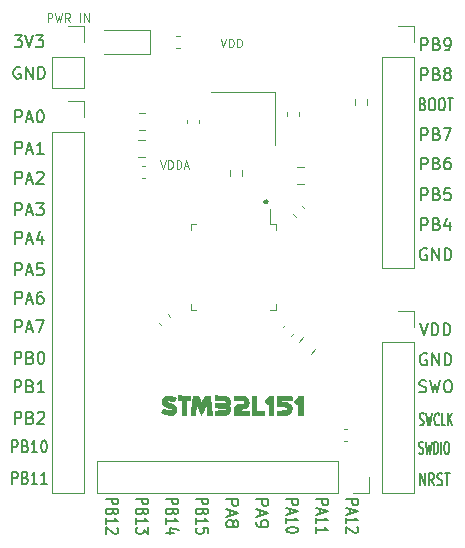
<source format=gbr>
G04 #@! TF.GenerationSoftware,KiCad,Pcbnew,(5.1.10-1-10_14)*
G04 #@! TF.CreationDate,2021-12-12T21:17:35+11:00*
G04 #@! TF.ProjectId,STM32L1_Breakout,53544d33-324c-4315-9f42-7265616b6f75,rev?*
G04 #@! TF.SameCoordinates,Original*
G04 #@! TF.FileFunction,Legend,Top*
G04 #@! TF.FilePolarity,Positive*
%FSLAX46Y46*%
G04 Gerber Fmt 4.6, Leading zero omitted, Abs format (unit mm)*
G04 Created by KiCad (PCBNEW (5.1.10-1-10_14)) date 2021-12-12 21:17:35*
%MOMM*%
%LPD*%
G01*
G04 APERTURE LIST*
%ADD10C,0.125000*%
%ADD11C,0.150000*%
%ADD12C,0.010000*%
%ADD13C,0.120000*%
G04 APERTURE END LIST*
D10*
X90379666Y-48003666D02*
X90613000Y-48703666D01*
X90846333Y-48003666D01*
X91079666Y-48703666D02*
X91079666Y-48003666D01*
X91246333Y-48003666D01*
X91346333Y-48037000D01*
X91413000Y-48103666D01*
X91446333Y-48170333D01*
X91479666Y-48303666D01*
X91479666Y-48403666D01*
X91446333Y-48537000D01*
X91413000Y-48603666D01*
X91346333Y-48670333D01*
X91246333Y-48703666D01*
X91079666Y-48703666D01*
X91779666Y-48703666D02*
X91779666Y-48003666D01*
X91946333Y-48003666D01*
X92046333Y-48037000D01*
X92113000Y-48103666D01*
X92146333Y-48170333D01*
X92179666Y-48303666D01*
X92179666Y-48403666D01*
X92146333Y-48537000D01*
X92113000Y-48603666D01*
X92046333Y-48670333D01*
X91946333Y-48703666D01*
X91779666Y-48703666D01*
X85253666Y-58290666D02*
X85487000Y-58990666D01*
X85720333Y-58290666D01*
X85953666Y-58990666D02*
X85953666Y-58290666D01*
X86120333Y-58290666D01*
X86220333Y-58324000D01*
X86287000Y-58390666D01*
X86320333Y-58457333D01*
X86353666Y-58590666D01*
X86353666Y-58690666D01*
X86320333Y-58824000D01*
X86287000Y-58890666D01*
X86220333Y-58957333D01*
X86120333Y-58990666D01*
X85953666Y-58990666D01*
X86653666Y-58990666D02*
X86653666Y-58290666D01*
X86820333Y-58290666D01*
X86920333Y-58324000D01*
X86987000Y-58390666D01*
X87020333Y-58457333D01*
X87053666Y-58590666D01*
X87053666Y-58690666D01*
X87020333Y-58824000D01*
X86987000Y-58890666D01*
X86920333Y-58957333D01*
X86820333Y-58990666D01*
X86653666Y-58990666D01*
X87320333Y-58790666D02*
X87653666Y-58790666D01*
X87253666Y-58990666D02*
X87487000Y-58290666D01*
X87720333Y-58990666D01*
D11*
X94138761Y-61698190D02*
X94138761Y-61888666D01*
X94186380Y-61888666D02*
X94186380Y-61698190D01*
X94234000Y-61650571D02*
X94234000Y-61936285D01*
X94281619Y-61888666D02*
X94281619Y-61698190D01*
X94329238Y-61698190D02*
X94329238Y-61888666D01*
X94138761Y-61841047D02*
X94234000Y-61936285D01*
X94329238Y-61841047D01*
X94138761Y-61745809D02*
X94234000Y-61650571D01*
X94329238Y-61745809D01*
X94138761Y-61698190D02*
X94234000Y-61650571D01*
X94329238Y-61698190D01*
X94376857Y-61793428D01*
X94329238Y-61888666D01*
X94234000Y-61936285D01*
X94138761Y-61888666D01*
X94091142Y-61793428D01*
X94138761Y-61698190D01*
D10*
X75736666Y-46544666D02*
X75736666Y-45844666D01*
X76003333Y-45844666D01*
X76070000Y-45878000D01*
X76103333Y-45911333D01*
X76136666Y-45978000D01*
X76136666Y-46078000D01*
X76103333Y-46144666D01*
X76070000Y-46178000D01*
X76003333Y-46211333D01*
X75736666Y-46211333D01*
X76370000Y-45844666D02*
X76536666Y-46544666D01*
X76670000Y-46044666D01*
X76803333Y-46544666D01*
X76970000Y-45844666D01*
X77636666Y-46544666D02*
X77403333Y-46211333D01*
X77236666Y-46544666D02*
X77236666Y-45844666D01*
X77503333Y-45844666D01*
X77570000Y-45878000D01*
X77603333Y-45911333D01*
X77636666Y-45978000D01*
X77636666Y-46078000D01*
X77603333Y-46144666D01*
X77570000Y-46178000D01*
X77503333Y-46211333D01*
X77236666Y-46211333D01*
X78470000Y-46544666D02*
X78470000Y-45844666D01*
X78803333Y-46544666D02*
X78803333Y-45844666D01*
X79203333Y-46544666D01*
X79203333Y-45844666D01*
D11*
X72710857Y-85669380D02*
X72710857Y-84669380D01*
X73034666Y-84669380D01*
X73115619Y-84717000D01*
X73156095Y-84764619D01*
X73196571Y-84859857D01*
X73196571Y-85002714D01*
X73156095Y-85097952D01*
X73115619Y-85145571D01*
X73034666Y-85193190D01*
X72710857Y-85193190D01*
X73844190Y-85145571D02*
X73965619Y-85193190D01*
X74006095Y-85240809D01*
X74046571Y-85336047D01*
X74046571Y-85478904D01*
X74006095Y-85574142D01*
X73965619Y-85621761D01*
X73884666Y-85669380D01*
X73560857Y-85669380D01*
X73560857Y-84669380D01*
X73844190Y-84669380D01*
X73925142Y-84717000D01*
X73965619Y-84764619D01*
X74006095Y-84859857D01*
X74006095Y-84955095D01*
X73965619Y-85050333D01*
X73925142Y-85097952D01*
X73844190Y-85145571D01*
X73560857Y-85145571D01*
X74856095Y-85669380D02*
X74370380Y-85669380D01*
X74613238Y-85669380D02*
X74613238Y-84669380D01*
X74532285Y-84812238D01*
X74451333Y-84907476D01*
X74370380Y-84955095D01*
X75665619Y-85669380D02*
X75179904Y-85669380D01*
X75422761Y-85669380D02*
X75422761Y-84669380D01*
X75341809Y-84812238D01*
X75260857Y-84907476D01*
X75179904Y-84955095D01*
X72710857Y-83002380D02*
X72710857Y-82002380D01*
X73034666Y-82002380D01*
X73115619Y-82050000D01*
X73156095Y-82097619D01*
X73196571Y-82192857D01*
X73196571Y-82335714D01*
X73156095Y-82430952D01*
X73115619Y-82478571D01*
X73034666Y-82526190D01*
X72710857Y-82526190D01*
X73844190Y-82478571D02*
X73965619Y-82526190D01*
X74006095Y-82573809D01*
X74046571Y-82669047D01*
X74046571Y-82811904D01*
X74006095Y-82907142D01*
X73965619Y-82954761D01*
X73884666Y-83002380D01*
X73560857Y-83002380D01*
X73560857Y-82002380D01*
X73844190Y-82002380D01*
X73925142Y-82050000D01*
X73965619Y-82097619D01*
X74006095Y-82192857D01*
X74006095Y-82288095D01*
X73965619Y-82383333D01*
X73925142Y-82430952D01*
X73844190Y-82478571D01*
X73560857Y-82478571D01*
X74856095Y-83002380D02*
X74370380Y-83002380D01*
X74613238Y-83002380D02*
X74613238Y-82002380D01*
X74532285Y-82145238D01*
X74451333Y-82240476D01*
X74370380Y-82288095D01*
X75382285Y-82002380D02*
X75463238Y-82002380D01*
X75544190Y-82050000D01*
X75584666Y-82097619D01*
X75625142Y-82192857D01*
X75665619Y-82383333D01*
X75665619Y-82621428D01*
X75625142Y-82811904D01*
X75584666Y-82907142D01*
X75544190Y-82954761D01*
X75463238Y-83002380D01*
X75382285Y-83002380D01*
X75301333Y-82954761D01*
X75260857Y-82907142D01*
X75220380Y-82811904D01*
X75179904Y-82621428D01*
X75179904Y-82383333D01*
X75220380Y-82192857D01*
X75260857Y-82097619D01*
X75301333Y-82050000D01*
X75382285Y-82002380D01*
X72929904Y-80589380D02*
X72929904Y-79589380D01*
X73310857Y-79589380D01*
X73406095Y-79637000D01*
X73453714Y-79684619D01*
X73501333Y-79779857D01*
X73501333Y-79922714D01*
X73453714Y-80017952D01*
X73406095Y-80065571D01*
X73310857Y-80113190D01*
X72929904Y-80113190D01*
X74263238Y-80065571D02*
X74406095Y-80113190D01*
X74453714Y-80160809D01*
X74501333Y-80256047D01*
X74501333Y-80398904D01*
X74453714Y-80494142D01*
X74406095Y-80541761D01*
X74310857Y-80589380D01*
X73929904Y-80589380D01*
X73929904Y-79589380D01*
X74263238Y-79589380D01*
X74358476Y-79637000D01*
X74406095Y-79684619D01*
X74453714Y-79779857D01*
X74453714Y-79875095D01*
X74406095Y-79970333D01*
X74358476Y-80017952D01*
X74263238Y-80065571D01*
X73929904Y-80065571D01*
X74882285Y-79684619D02*
X74929904Y-79637000D01*
X75025142Y-79589380D01*
X75263238Y-79589380D01*
X75358476Y-79637000D01*
X75406095Y-79684619D01*
X75453714Y-79779857D01*
X75453714Y-79875095D01*
X75406095Y-80017952D01*
X74834666Y-80589380D01*
X75453714Y-80589380D01*
X72929904Y-77922380D02*
X72929904Y-76922380D01*
X73310857Y-76922380D01*
X73406095Y-76970000D01*
X73453714Y-77017619D01*
X73501333Y-77112857D01*
X73501333Y-77255714D01*
X73453714Y-77350952D01*
X73406095Y-77398571D01*
X73310857Y-77446190D01*
X72929904Y-77446190D01*
X74263238Y-77398571D02*
X74406095Y-77446190D01*
X74453714Y-77493809D01*
X74501333Y-77589047D01*
X74501333Y-77731904D01*
X74453714Y-77827142D01*
X74406095Y-77874761D01*
X74310857Y-77922380D01*
X73929904Y-77922380D01*
X73929904Y-76922380D01*
X74263238Y-76922380D01*
X74358476Y-76970000D01*
X74406095Y-77017619D01*
X74453714Y-77112857D01*
X74453714Y-77208095D01*
X74406095Y-77303333D01*
X74358476Y-77350952D01*
X74263238Y-77398571D01*
X73929904Y-77398571D01*
X75453714Y-77922380D02*
X74882285Y-77922380D01*
X75168000Y-77922380D02*
X75168000Y-76922380D01*
X75072761Y-77065238D01*
X74977523Y-77160476D01*
X74882285Y-77208095D01*
X72929904Y-75509380D02*
X72929904Y-74509380D01*
X73310857Y-74509380D01*
X73406095Y-74557000D01*
X73453714Y-74604619D01*
X73501333Y-74699857D01*
X73501333Y-74842714D01*
X73453714Y-74937952D01*
X73406095Y-74985571D01*
X73310857Y-75033190D01*
X72929904Y-75033190D01*
X74263238Y-74985571D02*
X74406095Y-75033190D01*
X74453714Y-75080809D01*
X74501333Y-75176047D01*
X74501333Y-75318904D01*
X74453714Y-75414142D01*
X74406095Y-75461761D01*
X74310857Y-75509380D01*
X73929904Y-75509380D01*
X73929904Y-74509380D01*
X74263238Y-74509380D01*
X74358476Y-74557000D01*
X74406095Y-74604619D01*
X74453714Y-74699857D01*
X74453714Y-74795095D01*
X74406095Y-74890333D01*
X74358476Y-74937952D01*
X74263238Y-74985571D01*
X73929904Y-74985571D01*
X75120380Y-74509380D02*
X75215619Y-74509380D01*
X75310857Y-74557000D01*
X75358476Y-74604619D01*
X75406095Y-74699857D01*
X75453714Y-74890333D01*
X75453714Y-75128428D01*
X75406095Y-75318904D01*
X75358476Y-75414142D01*
X75310857Y-75461761D01*
X75215619Y-75509380D01*
X75120380Y-75509380D01*
X75025142Y-75461761D01*
X74977523Y-75414142D01*
X74929904Y-75318904D01*
X74882285Y-75128428D01*
X74882285Y-74890333D01*
X74929904Y-74699857D01*
X74977523Y-74604619D01*
X75025142Y-74557000D01*
X75120380Y-74509380D01*
X73001333Y-72842380D02*
X73001333Y-71842380D01*
X73382285Y-71842380D01*
X73477523Y-71890000D01*
X73525142Y-71937619D01*
X73572761Y-72032857D01*
X73572761Y-72175714D01*
X73525142Y-72270952D01*
X73477523Y-72318571D01*
X73382285Y-72366190D01*
X73001333Y-72366190D01*
X73953714Y-72556666D02*
X74429904Y-72556666D01*
X73858476Y-72842380D02*
X74191809Y-71842380D01*
X74525142Y-72842380D01*
X74763238Y-71842380D02*
X75429904Y-71842380D01*
X75001333Y-72842380D01*
X73001333Y-70429380D02*
X73001333Y-69429380D01*
X73382285Y-69429380D01*
X73477523Y-69477000D01*
X73525142Y-69524619D01*
X73572761Y-69619857D01*
X73572761Y-69762714D01*
X73525142Y-69857952D01*
X73477523Y-69905571D01*
X73382285Y-69953190D01*
X73001333Y-69953190D01*
X73953714Y-70143666D02*
X74429904Y-70143666D01*
X73858476Y-70429380D02*
X74191809Y-69429380D01*
X74525142Y-70429380D01*
X75287047Y-69429380D02*
X75096571Y-69429380D01*
X75001333Y-69477000D01*
X74953714Y-69524619D01*
X74858476Y-69667476D01*
X74810857Y-69857952D01*
X74810857Y-70238904D01*
X74858476Y-70334142D01*
X74906095Y-70381761D01*
X75001333Y-70429380D01*
X75191809Y-70429380D01*
X75287047Y-70381761D01*
X75334666Y-70334142D01*
X75382285Y-70238904D01*
X75382285Y-70000809D01*
X75334666Y-69905571D01*
X75287047Y-69857952D01*
X75191809Y-69810333D01*
X75001333Y-69810333D01*
X74906095Y-69857952D01*
X74858476Y-69905571D01*
X74810857Y-70000809D01*
X73001333Y-68016380D02*
X73001333Y-67016380D01*
X73382285Y-67016380D01*
X73477523Y-67064000D01*
X73525142Y-67111619D01*
X73572761Y-67206857D01*
X73572761Y-67349714D01*
X73525142Y-67444952D01*
X73477523Y-67492571D01*
X73382285Y-67540190D01*
X73001333Y-67540190D01*
X73953714Y-67730666D02*
X74429904Y-67730666D01*
X73858476Y-68016380D02*
X74191809Y-67016380D01*
X74525142Y-68016380D01*
X75334666Y-67016380D02*
X74858476Y-67016380D01*
X74810857Y-67492571D01*
X74858476Y-67444952D01*
X74953714Y-67397333D01*
X75191809Y-67397333D01*
X75287047Y-67444952D01*
X75334666Y-67492571D01*
X75382285Y-67587809D01*
X75382285Y-67825904D01*
X75334666Y-67921142D01*
X75287047Y-67968761D01*
X75191809Y-68016380D01*
X74953714Y-68016380D01*
X74858476Y-67968761D01*
X74810857Y-67921142D01*
X73001333Y-65349380D02*
X73001333Y-64349380D01*
X73382285Y-64349380D01*
X73477523Y-64397000D01*
X73525142Y-64444619D01*
X73572761Y-64539857D01*
X73572761Y-64682714D01*
X73525142Y-64777952D01*
X73477523Y-64825571D01*
X73382285Y-64873190D01*
X73001333Y-64873190D01*
X73953714Y-65063666D02*
X74429904Y-65063666D01*
X73858476Y-65349380D02*
X74191809Y-64349380D01*
X74525142Y-65349380D01*
X75287047Y-64682714D02*
X75287047Y-65349380D01*
X75048952Y-64301761D02*
X74810857Y-65016047D01*
X75429904Y-65016047D01*
X73001333Y-62936380D02*
X73001333Y-61936380D01*
X73382285Y-61936380D01*
X73477523Y-61984000D01*
X73525142Y-62031619D01*
X73572761Y-62126857D01*
X73572761Y-62269714D01*
X73525142Y-62364952D01*
X73477523Y-62412571D01*
X73382285Y-62460190D01*
X73001333Y-62460190D01*
X73953714Y-62650666D02*
X74429904Y-62650666D01*
X73858476Y-62936380D02*
X74191809Y-61936380D01*
X74525142Y-62936380D01*
X74763238Y-61936380D02*
X75382285Y-61936380D01*
X75048952Y-62317333D01*
X75191809Y-62317333D01*
X75287047Y-62364952D01*
X75334666Y-62412571D01*
X75382285Y-62507809D01*
X75382285Y-62745904D01*
X75334666Y-62841142D01*
X75287047Y-62888761D01*
X75191809Y-62936380D01*
X74906095Y-62936380D01*
X74810857Y-62888761D01*
X74763238Y-62841142D01*
X73001333Y-60269380D02*
X73001333Y-59269380D01*
X73382285Y-59269380D01*
X73477523Y-59317000D01*
X73525142Y-59364619D01*
X73572761Y-59459857D01*
X73572761Y-59602714D01*
X73525142Y-59697952D01*
X73477523Y-59745571D01*
X73382285Y-59793190D01*
X73001333Y-59793190D01*
X73953714Y-59983666D02*
X74429904Y-59983666D01*
X73858476Y-60269380D02*
X74191809Y-59269380D01*
X74525142Y-60269380D01*
X74810857Y-59364619D02*
X74858476Y-59317000D01*
X74953714Y-59269380D01*
X75191809Y-59269380D01*
X75287047Y-59317000D01*
X75334666Y-59364619D01*
X75382285Y-59459857D01*
X75382285Y-59555095D01*
X75334666Y-59697952D01*
X74763238Y-60269380D01*
X75382285Y-60269380D01*
X73001333Y-57729380D02*
X73001333Y-56729380D01*
X73382285Y-56729380D01*
X73477523Y-56777000D01*
X73525142Y-56824619D01*
X73572761Y-56919857D01*
X73572761Y-57062714D01*
X73525142Y-57157952D01*
X73477523Y-57205571D01*
X73382285Y-57253190D01*
X73001333Y-57253190D01*
X73953714Y-57443666D02*
X74429904Y-57443666D01*
X73858476Y-57729380D02*
X74191809Y-56729380D01*
X74525142Y-57729380D01*
X75382285Y-57729380D02*
X74810857Y-57729380D01*
X75096571Y-57729380D02*
X75096571Y-56729380D01*
X75001333Y-56872238D01*
X74906095Y-56967476D01*
X74810857Y-57015095D01*
X73001333Y-55062380D02*
X73001333Y-54062380D01*
X73382285Y-54062380D01*
X73477523Y-54110000D01*
X73525142Y-54157619D01*
X73572761Y-54252857D01*
X73572761Y-54395714D01*
X73525142Y-54490952D01*
X73477523Y-54538571D01*
X73382285Y-54586190D01*
X73001333Y-54586190D01*
X73953714Y-54776666D02*
X74429904Y-54776666D01*
X73858476Y-55062380D02*
X74191809Y-54062380D01*
X74525142Y-55062380D01*
X75048952Y-54062380D02*
X75144190Y-54062380D01*
X75239428Y-54110000D01*
X75287047Y-54157619D01*
X75334666Y-54252857D01*
X75382285Y-54443333D01*
X75382285Y-54681428D01*
X75334666Y-54871904D01*
X75287047Y-54967142D01*
X75239428Y-55014761D01*
X75144190Y-55062380D01*
X75048952Y-55062380D01*
X74953714Y-55014761D01*
X74906095Y-54967142D01*
X74858476Y-54871904D01*
X74810857Y-54681428D01*
X74810857Y-54443333D01*
X74858476Y-54252857D01*
X74906095Y-54157619D01*
X74953714Y-54110000D01*
X75048952Y-54062380D01*
X73406095Y-50427000D02*
X73310857Y-50379380D01*
X73168000Y-50379380D01*
X73025142Y-50427000D01*
X72929904Y-50522238D01*
X72882285Y-50617476D01*
X72834666Y-50807952D01*
X72834666Y-50950809D01*
X72882285Y-51141285D01*
X72929904Y-51236523D01*
X73025142Y-51331761D01*
X73168000Y-51379380D01*
X73263238Y-51379380D01*
X73406095Y-51331761D01*
X73453714Y-51284142D01*
X73453714Y-50950809D01*
X73263238Y-50950809D01*
X73882285Y-51379380D02*
X73882285Y-50379380D01*
X74453714Y-51379380D01*
X74453714Y-50379380D01*
X74929904Y-51379380D02*
X74929904Y-50379380D01*
X75168000Y-50379380D01*
X75310857Y-50427000D01*
X75406095Y-50522238D01*
X75453714Y-50617476D01*
X75501333Y-50807952D01*
X75501333Y-50950809D01*
X75453714Y-51141285D01*
X75406095Y-51236523D01*
X75310857Y-51331761D01*
X75168000Y-51379380D01*
X74929904Y-51379380D01*
X72929904Y-47712380D02*
X73548952Y-47712380D01*
X73215619Y-48093333D01*
X73358476Y-48093333D01*
X73453714Y-48140952D01*
X73501333Y-48188571D01*
X73548952Y-48283809D01*
X73548952Y-48521904D01*
X73501333Y-48617142D01*
X73453714Y-48664761D01*
X73358476Y-48712380D01*
X73072761Y-48712380D01*
X72977523Y-48664761D01*
X72929904Y-48617142D01*
X73834666Y-47712380D02*
X74168000Y-48712380D01*
X74501333Y-47712380D01*
X74739428Y-47712380D02*
X75358476Y-47712380D01*
X75025142Y-48093333D01*
X75168000Y-48093333D01*
X75263238Y-48140952D01*
X75310857Y-48188571D01*
X75358476Y-48283809D01*
X75358476Y-48521904D01*
X75310857Y-48617142D01*
X75263238Y-48664761D01*
X75168000Y-48712380D01*
X74882285Y-48712380D01*
X74787047Y-48664761D01*
X74739428Y-48617142D01*
X80700619Y-86934857D02*
X81700619Y-86934857D01*
X81700619Y-87258666D01*
X81653000Y-87339619D01*
X81605380Y-87380095D01*
X81510142Y-87420571D01*
X81367285Y-87420571D01*
X81272047Y-87380095D01*
X81224428Y-87339619D01*
X81176809Y-87258666D01*
X81176809Y-86934857D01*
X81224428Y-88068190D02*
X81176809Y-88189619D01*
X81129190Y-88230095D01*
X81033952Y-88270571D01*
X80891095Y-88270571D01*
X80795857Y-88230095D01*
X80748238Y-88189619D01*
X80700619Y-88108666D01*
X80700619Y-87784857D01*
X81700619Y-87784857D01*
X81700619Y-88068190D01*
X81653000Y-88149142D01*
X81605380Y-88189619D01*
X81510142Y-88230095D01*
X81414904Y-88230095D01*
X81319666Y-88189619D01*
X81272047Y-88149142D01*
X81224428Y-88068190D01*
X81224428Y-87784857D01*
X80700619Y-89080095D02*
X80700619Y-88594380D01*
X80700619Y-88837238D02*
X81700619Y-88837238D01*
X81557761Y-88756285D01*
X81462523Y-88675333D01*
X81414904Y-88594380D01*
X81605380Y-89403904D02*
X81653000Y-89444380D01*
X81700619Y-89525333D01*
X81700619Y-89727714D01*
X81653000Y-89808666D01*
X81605380Y-89849142D01*
X81510142Y-89889619D01*
X81414904Y-89889619D01*
X81272047Y-89849142D01*
X80700619Y-89363428D01*
X80700619Y-89889619D01*
X83240619Y-86934857D02*
X84240619Y-86934857D01*
X84240619Y-87258666D01*
X84193000Y-87339619D01*
X84145380Y-87380095D01*
X84050142Y-87420571D01*
X83907285Y-87420571D01*
X83812047Y-87380095D01*
X83764428Y-87339619D01*
X83716809Y-87258666D01*
X83716809Y-86934857D01*
X83764428Y-88068190D02*
X83716809Y-88189619D01*
X83669190Y-88230095D01*
X83573952Y-88270571D01*
X83431095Y-88270571D01*
X83335857Y-88230095D01*
X83288238Y-88189619D01*
X83240619Y-88108666D01*
X83240619Y-87784857D01*
X84240619Y-87784857D01*
X84240619Y-88068190D01*
X84193000Y-88149142D01*
X84145380Y-88189619D01*
X84050142Y-88230095D01*
X83954904Y-88230095D01*
X83859666Y-88189619D01*
X83812047Y-88149142D01*
X83764428Y-88068190D01*
X83764428Y-87784857D01*
X83240619Y-89080095D02*
X83240619Y-88594380D01*
X83240619Y-88837238D02*
X84240619Y-88837238D01*
X84097761Y-88756285D01*
X84002523Y-88675333D01*
X83954904Y-88594380D01*
X84240619Y-89363428D02*
X84240619Y-89889619D01*
X83859666Y-89606285D01*
X83859666Y-89727714D01*
X83812047Y-89808666D01*
X83764428Y-89849142D01*
X83669190Y-89889619D01*
X83431095Y-89889619D01*
X83335857Y-89849142D01*
X83288238Y-89808666D01*
X83240619Y-89727714D01*
X83240619Y-89484857D01*
X83288238Y-89403904D01*
X83335857Y-89363428D01*
X85780619Y-86934857D02*
X86780619Y-86934857D01*
X86780619Y-87258666D01*
X86733000Y-87339619D01*
X86685380Y-87380095D01*
X86590142Y-87420571D01*
X86447285Y-87420571D01*
X86352047Y-87380095D01*
X86304428Y-87339619D01*
X86256809Y-87258666D01*
X86256809Y-86934857D01*
X86304428Y-88068190D02*
X86256809Y-88189619D01*
X86209190Y-88230095D01*
X86113952Y-88270571D01*
X85971095Y-88270571D01*
X85875857Y-88230095D01*
X85828238Y-88189619D01*
X85780619Y-88108666D01*
X85780619Y-87784857D01*
X86780619Y-87784857D01*
X86780619Y-88068190D01*
X86733000Y-88149142D01*
X86685380Y-88189619D01*
X86590142Y-88230095D01*
X86494904Y-88230095D01*
X86399666Y-88189619D01*
X86352047Y-88149142D01*
X86304428Y-88068190D01*
X86304428Y-87784857D01*
X85780619Y-89080095D02*
X85780619Y-88594380D01*
X85780619Y-88837238D02*
X86780619Y-88837238D01*
X86637761Y-88756285D01*
X86542523Y-88675333D01*
X86494904Y-88594380D01*
X86447285Y-89808666D02*
X85780619Y-89808666D01*
X86828238Y-89606285D02*
X86113952Y-89403904D01*
X86113952Y-89930095D01*
X88320619Y-86934857D02*
X89320619Y-86934857D01*
X89320619Y-87258666D01*
X89273000Y-87339619D01*
X89225380Y-87380095D01*
X89130142Y-87420571D01*
X88987285Y-87420571D01*
X88892047Y-87380095D01*
X88844428Y-87339619D01*
X88796809Y-87258666D01*
X88796809Y-86934857D01*
X88844428Y-88068190D02*
X88796809Y-88189619D01*
X88749190Y-88230095D01*
X88653952Y-88270571D01*
X88511095Y-88270571D01*
X88415857Y-88230095D01*
X88368238Y-88189619D01*
X88320619Y-88108666D01*
X88320619Y-87784857D01*
X89320619Y-87784857D01*
X89320619Y-88068190D01*
X89273000Y-88149142D01*
X89225380Y-88189619D01*
X89130142Y-88230095D01*
X89034904Y-88230095D01*
X88939666Y-88189619D01*
X88892047Y-88149142D01*
X88844428Y-88068190D01*
X88844428Y-87784857D01*
X88320619Y-89080095D02*
X88320619Y-88594380D01*
X88320619Y-88837238D02*
X89320619Y-88837238D01*
X89177761Y-88756285D01*
X89082523Y-88675333D01*
X89034904Y-88594380D01*
X89320619Y-89849142D02*
X89320619Y-89444380D01*
X88844428Y-89403904D01*
X88892047Y-89444380D01*
X88939666Y-89525333D01*
X88939666Y-89727714D01*
X88892047Y-89808666D01*
X88844428Y-89849142D01*
X88749190Y-89889619D01*
X88511095Y-89889619D01*
X88415857Y-89849142D01*
X88368238Y-89808666D01*
X88320619Y-89727714D01*
X88320619Y-89525333D01*
X88368238Y-89444380D01*
X88415857Y-89403904D01*
X90860619Y-86971333D02*
X91860619Y-86971333D01*
X91860619Y-87352285D01*
X91813000Y-87447523D01*
X91765380Y-87495142D01*
X91670142Y-87542761D01*
X91527285Y-87542761D01*
X91432047Y-87495142D01*
X91384428Y-87447523D01*
X91336809Y-87352285D01*
X91336809Y-86971333D01*
X91146333Y-87923714D02*
X91146333Y-88399904D01*
X90860619Y-87828476D02*
X91860619Y-88161809D01*
X90860619Y-88495142D01*
X91432047Y-88971333D02*
X91479666Y-88876095D01*
X91527285Y-88828476D01*
X91622523Y-88780857D01*
X91670142Y-88780857D01*
X91765380Y-88828476D01*
X91813000Y-88876095D01*
X91860619Y-88971333D01*
X91860619Y-89161809D01*
X91813000Y-89257047D01*
X91765380Y-89304666D01*
X91670142Y-89352285D01*
X91622523Y-89352285D01*
X91527285Y-89304666D01*
X91479666Y-89257047D01*
X91432047Y-89161809D01*
X91432047Y-88971333D01*
X91384428Y-88876095D01*
X91336809Y-88828476D01*
X91241571Y-88780857D01*
X91051095Y-88780857D01*
X90955857Y-88828476D01*
X90908238Y-88876095D01*
X90860619Y-88971333D01*
X90860619Y-89161809D01*
X90908238Y-89257047D01*
X90955857Y-89304666D01*
X91051095Y-89352285D01*
X91241571Y-89352285D01*
X91336809Y-89304666D01*
X91384428Y-89257047D01*
X91432047Y-89161809D01*
X93400619Y-86971333D02*
X94400619Y-86971333D01*
X94400619Y-87352285D01*
X94353000Y-87447523D01*
X94305380Y-87495142D01*
X94210142Y-87542761D01*
X94067285Y-87542761D01*
X93972047Y-87495142D01*
X93924428Y-87447523D01*
X93876809Y-87352285D01*
X93876809Y-86971333D01*
X93686333Y-87923714D02*
X93686333Y-88399904D01*
X93400619Y-87828476D02*
X94400619Y-88161809D01*
X93400619Y-88495142D01*
X93400619Y-88876095D02*
X93400619Y-89066571D01*
X93448238Y-89161809D01*
X93495857Y-89209428D01*
X93638714Y-89304666D01*
X93829190Y-89352285D01*
X94210142Y-89352285D01*
X94305380Y-89304666D01*
X94353000Y-89257047D01*
X94400619Y-89161809D01*
X94400619Y-88971333D01*
X94353000Y-88876095D01*
X94305380Y-88828476D01*
X94210142Y-88780857D01*
X93972047Y-88780857D01*
X93876809Y-88828476D01*
X93829190Y-88876095D01*
X93781571Y-88971333D01*
X93781571Y-89161809D01*
X93829190Y-89257047D01*
X93876809Y-89304666D01*
X93972047Y-89352285D01*
X95940619Y-86995571D02*
X96940619Y-86995571D01*
X96940619Y-87319380D01*
X96893000Y-87400333D01*
X96845380Y-87440809D01*
X96750142Y-87481285D01*
X96607285Y-87481285D01*
X96512047Y-87440809D01*
X96464428Y-87400333D01*
X96416809Y-87319380D01*
X96416809Y-86995571D01*
X96226333Y-87805095D02*
X96226333Y-88209857D01*
X95940619Y-87724142D02*
X96940619Y-88007476D01*
X95940619Y-88290809D01*
X95940619Y-89019380D02*
X95940619Y-88533666D01*
X95940619Y-88776523D02*
X96940619Y-88776523D01*
X96797761Y-88695571D01*
X96702523Y-88614619D01*
X96654904Y-88533666D01*
X96940619Y-89545571D02*
X96940619Y-89626523D01*
X96893000Y-89707476D01*
X96845380Y-89747952D01*
X96750142Y-89788428D01*
X96559666Y-89828904D01*
X96321571Y-89828904D01*
X96131095Y-89788428D01*
X96035857Y-89747952D01*
X95988238Y-89707476D01*
X95940619Y-89626523D01*
X95940619Y-89545571D01*
X95988238Y-89464619D01*
X96035857Y-89424142D01*
X96131095Y-89383666D01*
X96321571Y-89343190D01*
X96559666Y-89343190D01*
X96750142Y-89383666D01*
X96845380Y-89424142D01*
X96893000Y-89464619D01*
X96940619Y-89545571D01*
X98480619Y-86995571D02*
X99480619Y-86995571D01*
X99480619Y-87319380D01*
X99433000Y-87400333D01*
X99385380Y-87440809D01*
X99290142Y-87481285D01*
X99147285Y-87481285D01*
X99052047Y-87440809D01*
X99004428Y-87400333D01*
X98956809Y-87319380D01*
X98956809Y-86995571D01*
X98766333Y-87805095D02*
X98766333Y-88209857D01*
X98480619Y-87724142D02*
X99480619Y-88007476D01*
X98480619Y-88290809D01*
X98480619Y-89019380D02*
X98480619Y-88533666D01*
X98480619Y-88776523D02*
X99480619Y-88776523D01*
X99337761Y-88695571D01*
X99242523Y-88614619D01*
X99194904Y-88533666D01*
X98480619Y-89828904D02*
X98480619Y-89343190D01*
X98480619Y-89586047D02*
X99480619Y-89586047D01*
X99337761Y-89505095D01*
X99242523Y-89424142D01*
X99194904Y-89343190D01*
X101020619Y-86995571D02*
X102020619Y-86995571D01*
X102020619Y-87319380D01*
X101973000Y-87400333D01*
X101925380Y-87440809D01*
X101830142Y-87481285D01*
X101687285Y-87481285D01*
X101592047Y-87440809D01*
X101544428Y-87400333D01*
X101496809Y-87319380D01*
X101496809Y-86995571D01*
X101306333Y-87805095D02*
X101306333Y-88209857D01*
X101020619Y-87724142D02*
X102020619Y-88007476D01*
X101020619Y-88290809D01*
X101020619Y-89019380D02*
X101020619Y-88533666D01*
X101020619Y-88776523D02*
X102020619Y-88776523D01*
X101877761Y-88695571D01*
X101782523Y-88614619D01*
X101734904Y-88533666D01*
X101925380Y-89343190D02*
X101973000Y-89383666D01*
X102020619Y-89464619D01*
X102020619Y-89667000D01*
X101973000Y-89747952D01*
X101925380Y-89788428D01*
X101830142Y-89828904D01*
X101734904Y-89828904D01*
X101592047Y-89788428D01*
X101020619Y-89302714D01*
X101020619Y-89828904D01*
X107225857Y-85796380D02*
X107225857Y-84796380D01*
X107654428Y-85796380D01*
X107654428Y-84796380D01*
X108440142Y-85796380D02*
X108190142Y-85320190D01*
X108011571Y-85796380D02*
X108011571Y-84796380D01*
X108297285Y-84796380D01*
X108368714Y-84844000D01*
X108404428Y-84891619D01*
X108440142Y-84986857D01*
X108440142Y-85129714D01*
X108404428Y-85224952D01*
X108368714Y-85272571D01*
X108297285Y-85320190D01*
X108011571Y-85320190D01*
X108725857Y-85748761D02*
X108833000Y-85796380D01*
X109011571Y-85796380D01*
X109083000Y-85748761D01*
X109118714Y-85701142D01*
X109154428Y-85605904D01*
X109154428Y-85510666D01*
X109118714Y-85415428D01*
X109083000Y-85367809D01*
X109011571Y-85320190D01*
X108868714Y-85272571D01*
X108797285Y-85224952D01*
X108761571Y-85177333D01*
X108725857Y-85082095D01*
X108725857Y-84986857D01*
X108761571Y-84891619D01*
X108797285Y-84844000D01*
X108868714Y-84796380D01*
X109047285Y-84796380D01*
X109154428Y-84844000D01*
X109368714Y-84796380D02*
X109797285Y-84796380D01*
X109583000Y-85796380D02*
X109583000Y-84796380D01*
X107186571Y-83081761D02*
X107272285Y-83129380D01*
X107415142Y-83129380D01*
X107472285Y-83081761D01*
X107500857Y-83034142D01*
X107529428Y-82938904D01*
X107529428Y-82843666D01*
X107500857Y-82748428D01*
X107472285Y-82700809D01*
X107415142Y-82653190D01*
X107300857Y-82605571D01*
X107243714Y-82557952D01*
X107215142Y-82510333D01*
X107186571Y-82415095D01*
X107186571Y-82319857D01*
X107215142Y-82224619D01*
X107243714Y-82177000D01*
X107300857Y-82129380D01*
X107443714Y-82129380D01*
X107529428Y-82177000D01*
X107729428Y-82129380D02*
X107872285Y-83129380D01*
X107986571Y-82415095D01*
X108100857Y-83129380D01*
X108243714Y-82129380D01*
X108472285Y-83129380D02*
X108472285Y-82129380D01*
X108615142Y-82129380D01*
X108700857Y-82177000D01*
X108758000Y-82272238D01*
X108786571Y-82367476D01*
X108815142Y-82557952D01*
X108815142Y-82700809D01*
X108786571Y-82891285D01*
X108758000Y-82986523D01*
X108700857Y-83081761D01*
X108615142Y-83129380D01*
X108472285Y-83129380D01*
X109072285Y-83129380D02*
X109072285Y-82129380D01*
X109472285Y-82129380D02*
X109586571Y-82129380D01*
X109643714Y-82177000D01*
X109700857Y-82272238D01*
X109729428Y-82462714D01*
X109729428Y-82796047D01*
X109700857Y-82986523D01*
X109643714Y-83081761D01*
X109586571Y-83129380D01*
X109472285Y-83129380D01*
X109415142Y-83081761D01*
X109358000Y-82986523D01*
X109329428Y-82796047D01*
X109329428Y-82462714D01*
X109358000Y-82272238D01*
X109415142Y-82177000D01*
X109472285Y-82129380D01*
X107227857Y-80668761D02*
X107313571Y-80716380D01*
X107456428Y-80716380D01*
X107513571Y-80668761D01*
X107542142Y-80621142D01*
X107570714Y-80525904D01*
X107570714Y-80430666D01*
X107542142Y-80335428D01*
X107513571Y-80287809D01*
X107456428Y-80240190D01*
X107342142Y-80192571D01*
X107285000Y-80144952D01*
X107256428Y-80097333D01*
X107227857Y-80002095D01*
X107227857Y-79906857D01*
X107256428Y-79811619D01*
X107285000Y-79764000D01*
X107342142Y-79716380D01*
X107485000Y-79716380D01*
X107570714Y-79764000D01*
X107770714Y-79716380D02*
X107913571Y-80716380D01*
X108027857Y-80002095D01*
X108142142Y-80716380D01*
X108285000Y-79716380D01*
X108856428Y-80621142D02*
X108827857Y-80668761D01*
X108742142Y-80716380D01*
X108685000Y-80716380D01*
X108599285Y-80668761D01*
X108542142Y-80573523D01*
X108513571Y-80478285D01*
X108485000Y-80287809D01*
X108485000Y-80144952D01*
X108513571Y-79954476D01*
X108542142Y-79859238D01*
X108599285Y-79764000D01*
X108685000Y-79716380D01*
X108742142Y-79716380D01*
X108827857Y-79764000D01*
X108856428Y-79811619D01*
X109399285Y-80716380D02*
X109113571Y-80716380D01*
X109113571Y-79716380D01*
X109599285Y-80716380D02*
X109599285Y-79716380D01*
X109942142Y-80716380D02*
X109685000Y-80144952D01*
X109942142Y-79716380D02*
X109599285Y-80287809D01*
X107204047Y-77874761D02*
X107346904Y-77922380D01*
X107585000Y-77922380D01*
X107680238Y-77874761D01*
X107727857Y-77827142D01*
X107775476Y-77731904D01*
X107775476Y-77636666D01*
X107727857Y-77541428D01*
X107680238Y-77493809D01*
X107585000Y-77446190D01*
X107394523Y-77398571D01*
X107299285Y-77350952D01*
X107251666Y-77303333D01*
X107204047Y-77208095D01*
X107204047Y-77112857D01*
X107251666Y-77017619D01*
X107299285Y-76970000D01*
X107394523Y-76922380D01*
X107632619Y-76922380D01*
X107775476Y-76970000D01*
X108108809Y-76922380D02*
X108346904Y-77922380D01*
X108537380Y-77208095D01*
X108727857Y-77922380D01*
X108965952Y-76922380D01*
X109537380Y-76922380D02*
X109727857Y-76922380D01*
X109823095Y-76970000D01*
X109918333Y-77065238D01*
X109965952Y-77255714D01*
X109965952Y-77589047D01*
X109918333Y-77779523D01*
X109823095Y-77874761D01*
X109727857Y-77922380D01*
X109537380Y-77922380D01*
X109442142Y-77874761D01*
X109346904Y-77779523D01*
X109299285Y-77589047D01*
X109299285Y-77255714D01*
X109346904Y-77065238D01*
X109442142Y-76970000D01*
X109537380Y-76922380D01*
X107823095Y-74684000D02*
X107727857Y-74636380D01*
X107585000Y-74636380D01*
X107442142Y-74684000D01*
X107346904Y-74779238D01*
X107299285Y-74874476D01*
X107251666Y-75064952D01*
X107251666Y-75207809D01*
X107299285Y-75398285D01*
X107346904Y-75493523D01*
X107442142Y-75588761D01*
X107585000Y-75636380D01*
X107680238Y-75636380D01*
X107823095Y-75588761D01*
X107870714Y-75541142D01*
X107870714Y-75207809D01*
X107680238Y-75207809D01*
X108299285Y-75636380D02*
X108299285Y-74636380D01*
X108870714Y-75636380D01*
X108870714Y-74636380D01*
X109346904Y-75636380D02*
X109346904Y-74636380D01*
X109585000Y-74636380D01*
X109727857Y-74684000D01*
X109823095Y-74779238D01*
X109870714Y-74874476D01*
X109918333Y-75064952D01*
X109918333Y-75207809D01*
X109870714Y-75398285D01*
X109823095Y-75493523D01*
X109727857Y-75588761D01*
X109585000Y-75636380D01*
X109346904Y-75636380D01*
X107251666Y-72096380D02*
X107585000Y-73096380D01*
X107918333Y-72096380D01*
X108251666Y-73096380D02*
X108251666Y-72096380D01*
X108489761Y-72096380D01*
X108632619Y-72144000D01*
X108727857Y-72239238D01*
X108775476Y-72334476D01*
X108823095Y-72524952D01*
X108823095Y-72667809D01*
X108775476Y-72858285D01*
X108727857Y-72953523D01*
X108632619Y-73048761D01*
X108489761Y-73096380D01*
X108251666Y-73096380D01*
X109251666Y-73096380D02*
X109251666Y-72096380D01*
X109489761Y-72096380D01*
X109632619Y-72144000D01*
X109727857Y-72239238D01*
X109775476Y-72334476D01*
X109823095Y-72524952D01*
X109823095Y-72667809D01*
X109775476Y-72858285D01*
X109727857Y-72953523D01*
X109632619Y-73048761D01*
X109489761Y-73096380D01*
X109251666Y-73096380D01*
X107823095Y-65794000D02*
X107727857Y-65746380D01*
X107585000Y-65746380D01*
X107442142Y-65794000D01*
X107346904Y-65889238D01*
X107299285Y-65984476D01*
X107251666Y-66174952D01*
X107251666Y-66317809D01*
X107299285Y-66508285D01*
X107346904Y-66603523D01*
X107442142Y-66698761D01*
X107585000Y-66746380D01*
X107680238Y-66746380D01*
X107823095Y-66698761D01*
X107870714Y-66651142D01*
X107870714Y-66317809D01*
X107680238Y-66317809D01*
X108299285Y-66746380D02*
X108299285Y-65746380D01*
X108870714Y-66746380D01*
X108870714Y-65746380D01*
X109346904Y-66746380D02*
X109346904Y-65746380D01*
X109585000Y-65746380D01*
X109727857Y-65794000D01*
X109823095Y-65889238D01*
X109870714Y-65984476D01*
X109918333Y-66174952D01*
X109918333Y-66317809D01*
X109870714Y-66508285D01*
X109823095Y-66603523D01*
X109727857Y-66698761D01*
X109585000Y-66746380D01*
X109346904Y-66746380D01*
X107346904Y-64206380D02*
X107346904Y-63206380D01*
X107727857Y-63206380D01*
X107823095Y-63254000D01*
X107870714Y-63301619D01*
X107918333Y-63396857D01*
X107918333Y-63539714D01*
X107870714Y-63634952D01*
X107823095Y-63682571D01*
X107727857Y-63730190D01*
X107346904Y-63730190D01*
X108680238Y-63682571D02*
X108823095Y-63730190D01*
X108870714Y-63777809D01*
X108918333Y-63873047D01*
X108918333Y-64015904D01*
X108870714Y-64111142D01*
X108823095Y-64158761D01*
X108727857Y-64206380D01*
X108346904Y-64206380D01*
X108346904Y-63206380D01*
X108680238Y-63206380D01*
X108775476Y-63254000D01*
X108823095Y-63301619D01*
X108870714Y-63396857D01*
X108870714Y-63492095D01*
X108823095Y-63587333D01*
X108775476Y-63634952D01*
X108680238Y-63682571D01*
X108346904Y-63682571D01*
X109775476Y-63539714D02*
X109775476Y-64206380D01*
X109537380Y-63158761D02*
X109299285Y-63873047D01*
X109918333Y-63873047D01*
X107346904Y-61666380D02*
X107346904Y-60666380D01*
X107727857Y-60666380D01*
X107823095Y-60714000D01*
X107870714Y-60761619D01*
X107918333Y-60856857D01*
X107918333Y-60999714D01*
X107870714Y-61094952D01*
X107823095Y-61142571D01*
X107727857Y-61190190D01*
X107346904Y-61190190D01*
X108680238Y-61142571D02*
X108823095Y-61190190D01*
X108870714Y-61237809D01*
X108918333Y-61333047D01*
X108918333Y-61475904D01*
X108870714Y-61571142D01*
X108823095Y-61618761D01*
X108727857Y-61666380D01*
X108346904Y-61666380D01*
X108346904Y-60666380D01*
X108680238Y-60666380D01*
X108775476Y-60714000D01*
X108823095Y-60761619D01*
X108870714Y-60856857D01*
X108870714Y-60952095D01*
X108823095Y-61047333D01*
X108775476Y-61094952D01*
X108680238Y-61142571D01*
X108346904Y-61142571D01*
X109823095Y-60666380D02*
X109346904Y-60666380D01*
X109299285Y-61142571D01*
X109346904Y-61094952D01*
X109442142Y-61047333D01*
X109680238Y-61047333D01*
X109775476Y-61094952D01*
X109823095Y-61142571D01*
X109870714Y-61237809D01*
X109870714Y-61475904D01*
X109823095Y-61571142D01*
X109775476Y-61618761D01*
X109680238Y-61666380D01*
X109442142Y-61666380D01*
X109346904Y-61618761D01*
X109299285Y-61571142D01*
X107346904Y-59063380D02*
X107346904Y-58063380D01*
X107727857Y-58063380D01*
X107823095Y-58111000D01*
X107870714Y-58158619D01*
X107918333Y-58253857D01*
X107918333Y-58396714D01*
X107870714Y-58491952D01*
X107823095Y-58539571D01*
X107727857Y-58587190D01*
X107346904Y-58587190D01*
X108680238Y-58539571D02*
X108823095Y-58587190D01*
X108870714Y-58634809D01*
X108918333Y-58730047D01*
X108918333Y-58872904D01*
X108870714Y-58968142D01*
X108823095Y-59015761D01*
X108727857Y-59063380D01*
X108346904Y-59063380D01*
X108346904Y-58063380D01*
X108680238Y-58063380D01*
X108775476Y-58111000D01*
X108823095Y-58158619D01*
X108870714Y-58253857D01*
X108870714Y-58349095D01*
X108823095Y-58444333D01*
X108775476Y-58491952D01*
X108680238Y-58539571D01*
X108346904Y-58539571D01*
X109775476Y-58063380D02*
X109585000Y-58063380D01*
X109489761Y-58111000D01*
X109442142Y-58158619D01*
X109346904Y-58301476D01*
X109299285Y-58491952D01*
X109299285Y-58872904D01*
X109346904Y-58968142D01*
X109394523Y-59015761D01*
X109489761Y-59063380D01*
X109680238Y-59063380D01*
X109775476Y-59015761D01*
X109823095Y-58968142D01*
X109870714Y-58872904D01*
X109870714Y-58634809D01*
X109823095Y-58539571D01*
X109775476Y-58491952D01*
X109680238Y-58444333D01*
X109489761Y-58444333D01*
X109394523Y-58491952D01*
X109346904Y-58539571D01*
X109299285Y-58634809D01*
X107346904Y-56586380D02*
X107346904Y-55586380D01*
X107727857Y-55586380D01*
X107823095Y-55634000D01*
X107870714Y-55681619D01*
X107918333Y-55776857D01*
X107918333Y-55919714D01*
X107870714Y-56014952D01*
X107823095Y-56062571D01*
X107727857Y-56110190D01*
X107346904Y-56110190D01*
X108680238Y-56062571D02*
X108823095Y-56110190D01*
X108870714Y-56157809D01*
X108918333Y-56253047D01*
X108918333Y-56395904D01*
X108870714Y-56491142D01*
X108823095Y-56538761D01*
X108727857Y-56586380D01*
X108346904Y-56586380D01*
X108346904Y-55586380D01*
X108680238Y-55586380D01*
X108775476Y-55634000D01*
X108823095Y-55681619D01*
X108870714Y-55776857D01*
X108870714Y-55872095D01*
X108823095Y-55967333D01*
X108775476Y-56014952D01*
X108680238Y-56062571D01*
X108346904Y-56062571D01*
X109251666Y-55586380D02*
X109918333Y-55586380D01*
X109489761Y-56586380D01*
X107499285Y-53522571D02*
X107613571Y-53570190D01*
X107651666Y-53617809D01*
X107689761Y-53713047D01*
X107689761Y-53855904D01*
X107651666Y-53951142D01*
X107613571Y-53998761D01*
X107537380Y-54046380D01*
X107232619Y-54046380D01*
X107232619Y-53046380D01*
X107499285Y-53046380D01*
X107575476Y-53094000D01*
X107613571Y-53141619D01*
X107651666Y-53236857D01*
X107651666Y-53332095D01*
X107613571Y-53427333D01*
X107575476Y-53474952D01*
X107499285Y-53522571D01*
X107232619Y-53522571D01*
X108185000Y-53046380D02*
X108337380Y-53046380D01*
X108413571Y-53094000D01*
X108489761Y-53189238D01*
X108527857Y-53379714D01*
X108527857Y-53713047D01*
X108489761Y-53903523D01*
X108413571Y-53998761D01*
X108337380Y-54046380D01*
X108185000Y-54046380D01*
X108108809Y-53998761D01*
X108032619Y-53903523D01*
X107994523Y-53713047D01*
X107994523Y-53379714D01*
X108032619Y-53189238D01*
X108108809Y-53094000D01*
X108185000Y-53046380D01*
X109023095Y-53046380D02*
X109175476Y-53046380D01*
X109251666Y-53094000D01*
X109327857Y-53189238D01*
X109365952Y-53379714D01*
X109365952Y-53713047D01*
X109327857Y-53903523D01*
X109251666Y-53998761D01*
X109175476Y-54046380D01*
X109023095Y-54046380D01*
X108946904Y-53998761D01*
X108870714Y-53903523D01*
X108832619Y-53713047D01*
X108832619Y-53379714D01*
X108870714Y-53189238D01*
X108946904Y-53094000D01*
X109023095Y-53046380D01*
X109594523Y-53046380D02*
X110051666Y-53046380D01*
X109823095Y-54046380D02*
X109823095Y-53046380D01*
X107346904Y-51506380D02*
X107346904Y-50506380D01*
X107727857Y-50506380D01*
X107823095Y-50554000D01*
X107870714Y-50601619D01*
X107918333Y-50696857D01*
X107918333Y-50839714D01*
X107870714Y-50934952D01*
X107823095Y-50982571D01*
X107727857Y-51030190D01*
X107346904Y-51030190D01*
X108680238Y-50982571D02*
X108823095Y-51030190D01*
X108870714Y-51077809D01*
X108918333Y-51173047D01*
X108918333Y-51315904D01*
X108870714Y-51411142D01*
X108823095Y-51458761D01*
X108727857Y-51506380D01*
X108346904Y-51506380D01*
X108346904Y-50506380D01*
X108680238Y-50506380D01*
X108775476Y-50554000D01*
X108823095Y-50601619D01*
X108870714Y-50696857D01*
X108870714Y-50792095D01*
X108823095Y-50887333D01*
X108775476Y-50934952D01*
X108680238Y-50982571D01*
X108346904Y-50982571D01*
X109489761Y-50934952D02*
X109394523Y-50887333D01*
X109346904Y-50839714D01*
X109299285Y-50744476D01*
X109299285Y-50696857D01*
X109346904Y-50601619D01*
X109394523Y-50554000D01*
X109489761Y-50506380D01*
X109680238Y-50506380D01*
X109775476Y-50554000D01*
X109823095Y-50601619D01*
X109870714Y-50696857D01*
X109870714Y-50744476D01*
X109823095Y-50839714D01*
X109775476Y-50887333D01*
X109680238Y-50934952D01*
X109489761Y-50934952D01*
X109394523Y-50982571D01*
X109346904Y-51030190D01*
X109299285Y-51125428D01*
X109299285Y-51315904D01*
X109346904Y-51411142D01*
X109394523Y-51458761D01*
X109489761Y-51506380D01*
X109680238Y-51506380D01*
X109775476Y-51458761D01*
X109823095Y-51411142D01*
X109870714Y-51315904D01*
X109870714Y-51125428D01*
X109823095Y-51030190D01*
X109775476Y-50982571D01*
X109680238Y-50934952D01*
X107346904Y-48966380D02*
X107346904Y-47966380D01*
X107727857Y-47966380D01*
X107823095Y-48014000D01*
X107870714Y-48061619D01*
X107918333Y-48156857D01*
X107918333Y-48299714D01*
X107870714Y-48394952D01*
X107823095Y-48442571D01*
X107727857Y-48490190D01*
X107346904Y-48490190D01*
X108680238Y-48442571D02*
X108823095Y-48490190D01*
X108870714Y-48537809D01*
X108918333Y-48633047D01*
X108918333Y-48775904D01*
X108870714Y-48871142D01*
X108823095Y-48918761D01*
X108727857Y-48966380D01*
X108346904Y-48966380D01*
X108346904Y-47966380D01*
X108680238Y-47966380D01*
X108775476Y-48014000D01*
X108823095Y-48061619D01*
X108870714Y-48156857D01*
X108870714Y-48252095D01*
X108823095Y-48347333D01*
X108775476Y-48394952D01*
X108680238Y-48442571D01*
X108346904Y-48442571D01*
X109394523Y-48966380D02*
X109585000Y-48966380D01*
X109680238Y-48918761D01*
X109727857Y-48871142D01*
X109823095Y-48728285D01*
X109870714Y-48537809D01*
X109870714Y-48156857D01*
X109823095Y-48061619D01*
X109775476Y-48014000D01*
X109680238Y-47966380D01*
X109489761Y-47966380D01*
X109394523Y-48014000D01*
X109346904Y-48061619D01*
X109299285Y-48156857D01*
X109299285Y-48394952D01*
X109346904Y-48490190D01*
X109394523Y-48537809D01*
X109489761Y-48585428D01*
X109680238Y-48585428D01*
X109775476Y-48537809D01*
X109823095Y-48490190D01*
X109870714Y-48394952D01*
D12*
G36*
X86101048Y-78234918D02*
G01*
X86240231Y-78260370D01*
X86373903Y-78296235D01*
X86484858Y-78337625D01*
X86555891Y-78379649D01*
X86568232Y-78393754D01*
X86564088Y-78436235D01*
X86533009Y-78512106D01*
X86502293Y-78569231D01*
X86440136Y-78660554D01*
X86390395Y-78697686D01*
X86364895Y-78696999D01*
X86304862Y-78676699D01*
X86212202Y-78644579D01*
X86162007Y-78626974D01*
X86023559Y-78595269D01*
X85895182Y-78596005D01*
X85795178Y-78627805D01*
X85759548Y-78657252D01*
X85743940Y-78699316D01*
X85774353Y-78738510D01*
X85855836Y-78777860D01*
X85993436Y-78820388D01*
X86061130Y-78837922D01*
X86263525Y-78898172D01*
X86412089Y-78967839D01*
X86516465Y-79054619D01*
X86586300Y-79166209D01*
X86626342Y-79288957D01*
X86625122Y-79403563D01*
X86579328Y-79530628D01*
X86498976Y-79650176D01*
X86401439Y-79737481D01*
X86231919Y-79813214D01*
X86031571Y-79835634D01*
X85800842Y-79805601D01*
X85687930Y-79774540D01*
X85570252Y-79733359D01*
X85463464Y-79688720D01*
X85383218Y-79647282D01*
X85345168Y-79615708D01*
X85344000Y-79611214D01*
X85356815Y-79577587D01*
X85388119Y-79509579D01*
X85427196Y-79429196D01*
X85463328Y-79358445D01*
X85485802Y-79319331D01*
X85486647Y-79318275D01*
X85518110Y-79323446D01*
X85594996Y-79345171D01*
X85702722Y-79379225D01*
X85741996Y-79392261D01*
X85936468Y-79444896D01*
X86085240Y-79456304D01*
X86190921Y-79426473D01*
X86233697Y-79390034D01*
X86253346Y-79331595D01*
X86211069Y-79280045D01*
X86108181Y-79236509D01*
X86032489Y-79217691D01*
X85805754Y-79161520D01*
X85635528Y-79097965D01*
X85514858Y-79021830D01*
X85436790Y-78927919D01*
X85394372Y-78811036D01*
X85383529Y-78732765D01*
X85396746Y-78562792D01*
X85463281Y-78423562D01*
X85579112Y-78318537D01*
X85740216Y-78251183D01*
X85942569Y-78224962D01*
X85973561Y-78224768D01*
X86101048Y-78234918D01*
G37*
X86101048Y-78234918D02*
X86240231Y-78260370D01*
X86373903Y-78296235D01*
X86484858Y-78337625D01*
X86555891Y-78379649D01*
X86568232Y-78393754D01*
X86564088Y-78436235D01*
X86533009Y-78512106D01*
X86502293Y-78569231D01*
X86440136Y-78660554D01*
X86390395Y-78697686D01*
X86364895Y-78696999D01*
X86304862Y-78676699D01*
X86212202Y-78644579D01*
X86162007Y-78626974D01*
X86023559Y-78595269D01*
X85895182Y-78596005D01*
X85795178Y-78627805D01*
X85759548Y-78657252D01*
X85743940Y-78699316D01*
X85774353Y-78738510D01*
X85855836Y-78777860D01*
X85993436Y-78820388D01*
X86061130Y-78837922D01*
X86263525Y-78898172D01*
X86412089Y-78967839D01*
X86516465Y-79054619D01*
X86586300Y-79166209D01*
X86626342Y-79288957D01*
X86625122Y-79403563D01*
X86579328Y-79530628D01*
X86498976Y-79650176D01*
X86401439Y-79737481D01*
X86231919Y-79813214D01*
X86031571Y-79835634D01*
X85800842Y-79805601D01*
X85687930Y-79774540D01*
X85570252Y-79733359D01*
X85463464Y-79688720D01*
X85383218Y-79647282D01*
X85345168Y-79615708D01*
X85344000Y-79611214D01*
X85356815Y-79577587D01*
X85388119Y-79509579D01*
X85427196Y-79429196D01*
X85463328Y-79358445D01*
X85485802Y-79319331D01*
X85486647Y-79318275D01*
X85518110Y-79323446D01*
X85594996Y-79345171D01*
X85702722Y-79379225D01*
X85741996Y-79392261D01*
X85936468Y-79444896D01*
X86085240Y-79456304D01*
X86190921Y-79426473D01*
X86233697Y-79390034D01*
X86253346Y-79331595D01*
X86211069Y-79280045D01*
X86108181Y-79236509D01*
X86032489Y-79217691D01*
X85805754Y-79161520D01*
X85635528Y-79097965D01*
X85514858Y-79021830D01*
X85436790Y-78927919D01*
X85394372Y-78811036D01*
X85383529Y-78732765D01*
X85396746Y-78562792D01*
X85463281Y-78423562D01*
X85579112Y-78318537D01*
X85740216Y-78251183D01*
X85942569Y-78224962D01*
X85973561Y-78224768D01*
X86101048Y-78234918D01*
G36*
X87272812Y-78207419D02*
G01*
X87804625Y-78216125D01*
X87814146Y-78398687D01*
X87823668Y-78581250D01*
X87648130Y-78581249D01*
X87472592Y-78581249D01*
X87463983Y-79208312D01*
X87455375Y-79835375D01*
X87272812Y-79844896D01*
X87090250Y-79854418D01*
X87090250Y-78581250D01*
X86741000Y-78581250D01*
X86741000Y-78198714D01*
X87272812Y-78207419D01*
G37*
X87272812Y-78207419D02*
X87804625Y-78216125D01*
X87814146Y-78398687D01*
X87823668Y-78581250D01*
X87648130Y-78581249D01*
X87472592Y-78581249D01*
X87463983Y-79208312D01*
X87455375Y-79835375D01*
X87272812Y-79844896D01*
X87090250Y-79854418D01*
X87090250Y-78581250D01*
X86741000Y-78581250D01*
X86741000Y-78198714D01*
X87272812Y-78207419D01*
G36*
X89367898Y-78206553D02*
G01*
X89441507Y-78225380D01*
X89455303Y-78239937D01*
X89461867Y-78279828D01*
X89473859Y-78372138D01*
X89490086Y-78506131D01*
X89509353Y-78671070D01*
X89530465Y-78856222D01*
X89552231Y-79050850D01*
X89573454Y-79244218D01*
X89592942Y-79425592D01*
X89609500Y-79584235D01*
X89621934Y-79709413D01*
X89629051Y-79790389D01*
X89630272Y-79813146D01*
X89610573Y-79837201D01*
X89545388Y-79846834D01*
X89447758Y-79844896D01*
X89265266Y-79835375D01*
X89214000Y-79366138D01*
X89195072Y-79200616D01*
X89177237Y-79058656D01*
X89162058Y-78951693D01*
X89151096Y-78891167D01*
X89147885Y-78882052D01*
X89131153Y-78904573D01*
X89094334Y-78976346D01*
X89041850Y-79088044D01*
X88978125Y-79230340D01*
X88929205Y-79343142D01*
X88859984Y-79502629D01*
X88798866Y-79639409D01*
X88750336Y-79743764D01*
X88718880Y-79805974D01*
X88709500Y-79819246D01*
X88693411Y-79791229D01*
X88659527Y-79713875D01*
X88612066Y-79597410D01*
X88555250Y-79452057D01*
X88522866Y-79367017D01*
X88462095Y-79208127D01*
X88407892Y-79070348D01*
X88364690Y-78964649D01*
X88336923Y-78902000D01*
X88330193Y-78890226D01*
X88318969Y-78910207D01*
X88304144Y-78982372D01*
X88287562Y-79095643D01*
X88271067Y-79238937D01*
X88269408Y-79255351D01*
X88248863Y-79463155D01*
X88232426Y-79616230D01*
X88216661Y-79722893D01*
X88198133Y-79791467D01*
X88173407Y-79830270D01*
X88139045Y-79847622D01*
X88091614Y-79851844D01*
X88027676Y-79851256D01*
X88023341Y-79851250D01*
X87924559Y-79849037D01*
X87873576Y-79837641D01*
X87854726Y-79809929D01*
X87852250Y-79773337D01*
X87855763Y-79715311D01*
X87865472Y-79608074D01*
X87880127Y-79462622D01*
X87898476Y-79289952D01*
X87919272Y-79101060D01*
X87941265Y-78906942D01*
X87963205Y-78718596D01*
X87983841Y-78547018D01*
X88001926Y-78403204D01*
X88016209Y-78298151D01*
X88025441Y-78242855D01*
X88026663Y-78238476D01*
X88058444Y-78215170D01*
X88136873Y-78205182D01*
X88256338Y-78206726D01*
X88470798Y-78216125D01*
X88597198Y-78544032D01*
X88723598Y-78871940D01*
X88780106Y-78750407D01*
X88822334Y-78657822D01*
X88877504Y-78534557D01*
X88930479Y-78414562D01*
X89024344Y-78200250D01*
X89233043Y-78200249D01*
X89367898Y-78206553D01*
G37*
X89367898Y-78206553D02*
X89441507Y-78225380D01*
X89455303Y-78239937D01*
X89461867Y-78279828D01*
X89473859Y-78372138D01*
X89490086Y-78506131D01*
X89509353Y-78671070D01*
X89530465Y-78856222D01*
X89552231Y-79050850D01*
X89573454Y-79244218D01*
X89592942Y-79425592D01*
X89609500Y-79584235D01*
X89621934Y-79709413D01*
X89629051Y-79790389D01*
X89630272Y-79813146D01*
X89610573Y-79837201D01*
X89545388Y-79846834D01*
X89447758Y-79844896D01*
X89265266Y-79835375D01*
X89214000Y-79366138D01*
X89195072Y-79200616D01*
X89177237Y-79058656D01*
X89162058Y-78951693D01*
X89151096Y-78891167D01*
X89147885Y-78882052D01*
X89131153Y-78904573D01*
X89094334Y-78976346D01*
X89041850Y-79088044D01*
X88978125Y-79230340D01*
X88929205Y-79343142D01*
X88859984Y-79502629D01*
X88798866Y-79639409D01*
X88750336Y-79743764D01*
X88718880Y-79805974D01*
X88709500Y-79819246D01*
X88693411Y-79791229D01*
X88659527Y-79713875D01*
X88612066Y-79597410D01*
X88555250Y-79452057D01*
X88522866Y-79367017D01*
X88462095Y-79208127D01*
X88407892Y-79070348D01*
X88364690Y-78964649D01*
X88336923Y-78902000D01*
X88330193Y-78890226D01*
X88318969Y-78910207D01*
X88304144Y-78982372D01*
X88287562Y-79095643D01*
X88271067Y-79238937D01*
X88269408Y-79255351D01*
X88248863Y-79463155D01*
X88232426Y-79616230D01*
X88216661Y-79722893D01*
X88198133Y-79791467D01*
X88173407Y-79830270D01*
X88139045Y-79847622D01*
X88091614Y-79851844D01*
X88027676Y-79851256D01*
X88023341Y-79851250D01*
X87924559Y-79849037D01*
X87873576Y-79837641D01*
X87854726Y-79809929D01*
X87852250Y-79773337D01*
X87855763Y-79715311D01*
X87865472Y-79608074D01*
X87880127Y-79462622D01*
X87898476Y-79289952D01*
X87919272Y-79101060D01*
X87941265Y-78906942D01*
X87963205Y-78718596D01*
X87983841Y-78547018D01*
X88001926Y-78403204D01*
X88016209Y-78298151D01*
X88025441Y-78242855D01*
X88026663Y-78238476D01*
X88058444Y-78215170D01*
X88136873Y-78205182D01*
X88256338Y-78206726D01*
X88470798Y-78216125D01*
X88597198Y-78544032D01*
X88723598Y-78871940D01*
X88780106Y-78750407D01*
X88822334Y-78657822D01*
X88877504Y-78534557D01*
X88930479Y-78414562D01*
X89024344Y-78200250D01*
X89233043Y-78200249D01*
X89367898Y-78206553D01*
G36*
X90352562Y-78204902D02*
G01*
X90573360Y-78213313D01*
X90741129Y-78228579D01*
X90866261Y-78254344D01*
X90959146Y-78294250D01*
X91030173Y-78351941D01*
X91089735Y-78431060D01*
X91114022Y-78471894D01*
X91175443Y-78634492D01*
X91174683Y-78800154D01*
X91137542Y-78921514D01*
X91108452Y-79004799D01*
X91109580Y-79068194D01*
X91141165Y-79147239D01*
X91181619Y-79301218D01*
X91166642Y-79458477D01*
X91101842Y-79604788D01*
X90992824Y-79725925D01*
X90887516Y-79790752D01*
X90820519Y-79815907D01*
X90741166Y-79833083D01*
X90636343Y-79843663D01*
X90492941Y-79849033D01*
X90320812Y-79850552D01*
X89884250Y-79851250D01*
X89884250Y-79472041D01*
X90317406Y-79463208D01*
X90494967Y-79458580D01*
X90619449Y-79452208D01*
X90701270Y-79442657D01*
X90750852Y-79428495D01*
X90778614Y-79408289D01*
X90785557Y-79398812D01*
X90803565Y-79330450D01*
X90785557Y-79287687D01*
X90763314Y-79264831D01*
X90723177Y-79248560D01*
X90654727Y-79237440D01*
X90547544Y-79230038D01*
X90391207Y-79224921D01*
X90317406Y-79223291D01*
X89884250Y-79214458D01*
X89884250Y-78836993D01*
X90336687Y-78828184D01*
X90789125Y-78819375D01*
X90800077Y-78741778D01*
X90799776Y-78682060D01*
X90774251Y-78638811D01*
X90715696Y-78609570D01*
X90616304Y-78591875D01*
X90468267Y-78583266D01*
X90290931Y-78581250D01*
X89884250Y-78581250D01*
X89884250Y-78193328D01*
X90352562Y-78204902D01*
G37*
X90352562Y-78204902D02*
X90573360Y-78213313D01*
X90741129Y-78228579D01*
X90866261Y-78254344D01*
X90959146Y-78294250D01*
X91030173Y-78351941D01*
X91089735Y-78431060D01*
X91114022Y-78471894D01*
X91175443Y-78634492D01*
X91174683Y-78800154D01*
X91137542Y-78921514D01*
X91108452Y-79004799D01*
X91109580Y-79068194D01*
X91141165Y-79147239D01*
X91181619Y-79301218D01*
X91166642Y-79458477D01*
X91101842Y-79604788D01*
X90992824Y-79725925D01*
X90887516Y-79790752D01*
X90820519Y-79815907D01*
X90741166Y-79833083D01*
X90636343Y-79843663D01*
X90492941Y-79849033D01*
X90320812Y-79850552D01*
X89884250Y-79851250D01*
X89884250Y-79472041D01*
X90317406Y-79463208D01*
X90494967Y-79458580D01*
X90619449Y-79452208D01*
X90701270Y-79442657D01*
X90750852Y-79428495D01*
X90778614Y-79408289D01*
X90785557Y-79398812D01*
X90803565Y-79330450D01*
X90785557Y-79287687D01*
X90763314Y-79264831D01*
X90723177Y-79248560D01*
X90654727Y-79237440D01*
X90547544Y-79230038D01*
X90391207Y-79224921D01*
X90317406Y-79223291D01*
X89884250Y-79214458D01*
X89884250Y-78836993D01*
X90336687Y-78828184D01*
X90789125Y-78819375D01*
X90800077Y-78741778D01*
X90799776Y-78682060D01*
X90774251Y-78638811D01*
X90715696Y-78609570D01*
X90616304Y-78591875D01*
X90468267Y-78583266D01*
X90290931Y-78581250D01*
X89884250Y-78581250D01*
X89884250Y-78193328D01*
X90352562Y-78204902D01*
G36*
X91844812Y-78201007D02*
G01*
X92077780Y-78206617D01*
X92258689Y-78224772D01*
X92398365Y-78259204D01*
X92507635Y-78313647D01*
X92597325Y-78391834D01*
X92670312Y-78485677D01*
X92728883Y-78623851D01*
X92741738Y-78785111D01*
X92708830Y-78948419D01*
X92671521Y-79030933D01*
X92583390Y-79151473D01*
X92470087Y-79234314D01*
X92319847Y-79285458D01*
X92123098Y-79310765D01*
X91996056Y-79320510D01*
X91919118Y-79332271D01*
X91878932Y-79350491D01*
X91862149Y-79379612D01*
X91858479Y-79398812D01*
X91856222Y-79426982D01*
X91865190Y-79446560D01*
X91894933Y-79459110D01*
X91955001Y-79466194D01*
X92054945Y-79469376D01*
X92204315Y-79470218D01*
X92295041Y-79470250D01*
X92741750Y-79470250D01*
X92741750Y-79851250D01*
X91497719Y-79851250D01*
X91508547Y-79520352D01*
X91514778Y-79368736D01*
X91523750Y-79265978D01*
X91538638Y-79197439D01*
X91562618Y-79148480D01*
X91598750Y-79104585D01*
X91707034Y-79010350D01*
X91827307Y-78955478D01*
X91979344Y-78932468D01*
X92057548Y-78930500D01*
X92182461Y-78926079D01*
X92262943Y-78909911D01*
X92317632Y-78877636D01*
X92329000Y-78867000D01*
X92383967Y-78790111D01*
X92380901Y-78715942D01*
X92347500Y-78658755D01*
X92321784Y-78632652D01*
X92281780Y-78614401D01*
X92216076Y-78602149D01*
X92113257Y-78594044D01*
X91961910Y-78588232D01*
X91903000Y-78586598D01*
X91503500Y-78576071D01*
X91503500Y-78200250D01*
X91844812Y-78201007D01*
G37*
X91844812Y-78201007D02*
X92077780Y-78206617D01*
X92258689Y-78224772D01*
X92398365Y-78259204D01*
X92507635Y-78313647D01*
X92597325Y-78391834D01*
X92670312Y-78485677D01*
X92728883Y-78623851D01*
X92741738Y-78785111D01*
X92708830Y-78948419D01*
X92671521Y-79030933D01*
X92583390Y-79151473D01*
X92470087Y-79234314D01*
X92319847Y-79285458D01*
X92123098Y-79310765D01*
X91996056Y-79320510D01*
X91919118Y-79332271D01*
X91878932Y-79350491D01*
X91862149Y-79379612D01*
X91858479Y-79398812D01*
X91856222Y-79426982D01*
X91865190Y-79446560D01*
X91894933Y-79459110D01*
X91955001Y-79466194D01*
X92054945Y-79469376D01*
X92204315Y-79470218D01*
X92295041Y-79470250D01*
X92741750Y-79470250D01*
X92741750Y-79851250D01*
X91497719Y-79851250D01*
X91508547Y-79520352D01*
X91514778Y-79368736D01*
X91523750Y-79265978D01*
X91538638Y-79197439D01*
X91562618Y-79148480D01*
X91598750Y-79104585D01*
X91707034Y-79010350D01*
X91827307Y-78955478D01*
X91979344Y-78932468D01*
X92057548Y-78930500D01*
X92182461Y-78926079D01*
X92262943Y-78909911D01*
X92317632Y-78877636D01*
X92329000Y-78867000D01*
X92383967Y-78790111D01*
X92380901Y-78715942D01*
X92347500Y-78658755D01*
X92321784Y-78632652D01*
X92281780Y-78614401D01*
X92216076Y-78602149D01*
X92113257Y-78594044D01*
X91961910Y-78588232D01*
X91903000Y-78586598D01*
X91503500Y-78576071D01*
X91503500Y-78200250D01*
X91844812Y-78201007D01*
G36*
X93376750Y-79470250D02*
G01*
X94011750Y-79470250D01*
X94011750Y-79851250D01*
X93027500Y-79851250D01*
X93027500Y-78200250D01*
X93376750Y-78200250D01*
X93376750Y-79470250D01*
G37*
X93376750Y-79470250D02*
X94011750Y-79470250D01*
X94011750Y-79851250D01*
X93027500Y-79851250D01*
X93027500Y-78200250D01*
X93376750Y-78200250D01*
X93376750Y-79470250D01*
G36*
X94641430Y-78206681D02*
G01*
X94821375Y-78216125D01*
X94821375Y-79835375D01*
X94638812Y-79844896D01*
X94456250Y-79854418D01*
X94456250Y-79355788D01*
X94455921Y-79168537D01*
X94454229Y-79036576D01*
X94450116Y-78951693D01*
X94442525Y-78905680D01*
X94430398Y-78890327D01*
X94412677Y-78897423D01*
X94398721Y-78909220D01*
X94362238Y-78935732D01*
X94327694Y-78933443D01*
X94278970Y-78895884D01*
X94220506Y-78837689D01*
X94099820Y-78714095D01*
X94259547Y-78522164D01*
X94338909Y-78421707D01*
X94402398Y-78331955D01*
X94438024Y-78270044D01*
X94440379Y-78263735D01*
X94459858Y-78225969D01*
X94498448Y-78207641D01*
X94573116Y-78203935D01*
X94641430Y-78206681D01*
G37*
X94641430Y-78206681D02*
X94821375Y-78216125D01*
X94821375Y-79835375D01*
X94638812Y-79844896D01*
X94456250Y-79854418D01*
X94456250Y-79355788D01*
X94455921Y-79168537D01*
X94454229Y-79036576D01*
X94450116Y-78951693D01*
X94442525Y-78905680D01*
X94430398Y-78890327D01*
X94412677Y-78897423D01*
X94398721Y-78909220D01*
X94362238Y-78935732D01*
X94327694Y-78933443D01*
X94278970Y-78895884D01*
X94220506Y-78837689D01*
X94099820Y-78714095D01*
X94259547Y-78522164D01*
X94338909Y-78421707D01*
X94402398Y-78331955D01*
X94438024Y-78270044D01*
X94440379Y-78263735D01*
X94459858Y-78225969D01*
X94498448Y-78207641D01*
X94573116Y-78203935D01*
X94641430Y-78206681D01*
G36*
X96386646Y-78398687D02*
G01*
X96396168Y-78581250D01*
X95504000Y-78581250D01*
X95504000Y-78660625D01*
X95508281Y-78705335D01*
X95531268Y-78729077D01*
X95588178Y-78738483D01*
X95686562Y-78740177D01*
X95902536Y-78756680D01*
X96072477Y-78807658D01*
X96205446Y-78896010D01*
X96221644Y-78911544D01*
X96328056Y-79057944D01*
X96379072Y-79219712D01*
X96376674Y-79385005D01*
X96322842Y-79541981D01*
X96219555Y-79678799D01*
X96076453Y-79779812D01*
X96007188Y-79810961D01*
X95936063Y-79831612D01*
X95847853Y-79843832D01*
X95727331Y-79849688D01*
X95559268Y-79851247D01*
X95550189Y-79851250D01*
X95399810Y-79849596D01*
X95273299Y-79845091D01*
X95183776Y-79838418D01*
X95144359Y-79830262D01*
X95144166Y-79830083D01*
X95132275Y-79788746D01*
X95124596Y-79705522D01*
X95123000Y-79639583D01*
X95123000Y-79470250D01*
X95514954Y-79470250D01*
X95683157Y-79469111D01*
X95799605Y-79464676D01*
X95876019Y-79455412D01*
X95924120Y-79439788D01*
X95955628Y-79416275D01*
X95959454Y-79412187D01*
X96006855Y-79321417D01*
X95995807Y-79229506D01*
X95953937Y-79173545D01*
X95917076Y-79150474D01*
X95859271Y-79135050D01*
X95769037Y-79125918D01*
X95634891Y-79121724D01*
X95508565Y-79121000D01*
X95121256Y-79121000D01*
X95130065Y-78668562D01*
X95138875Y-78216125D01*
X96377125Y-78216125D01*
X96386646Y-78398687D01*
G37*
X96386646Y-78398687D02*
X96396168Y-78581250D01*
X95504000Y-78581250D01*
X95504000Y-78660625D01*
X95508281Y-78705335D01*
X95531268Y-78729077D01*
X95588178Y-78738483D01*
X95686562Y-78740177D01*
X95902536Y-78756680D01*
X96072477Y-78807658D01*
X96205446Y-78896010D01*
X96221644Y-78911544D01*
X96328056Y-79057944D01*
X96379072Y-79219712D01*
X96376674Y-79385005D01*
X96322842Y-79541981D01*
X96219555Y-79678799D01*
X96076453Y-79779812D01*
X96007188Y-79810961D01*
X95936063Y-79831612D01*
X95847853Y-79843832D01*
X95727331Y-79849688D01*
X95559268Y-79851247D01*
X95550189Y-79851250D01*
X95399810Y-79849596D01*
X95273299Y-79845091D01*
X95183776Y-79838418D01*
X95144359Y-79830262D01*
X95144166Y-79830083D01*
X95132275Y-79788746D01*
X95124596Y-79705522D01*
X95123000Y-79639583D01*
X95123000Y-79470250D01*
X95514954Y-79470250D01*
X95683157Y-79469111D01*
X95799605Y-79464676D01*
X95876019Y-79455412D01*
X95924120Y-79439788D01*
X95955628Y-79416275D01*
X95959454Y-79412187D01*
X96006855Y-79321417D01*
X95995807Y-79229506D01*
X95953937Y-79173545D01*
X95917076Y-79150474D01*
X95859271Y-79135050D01*
X95769037Y-79125918D01*
X95634891Y-79121724D01*
X95508565Y-79121000D01*
X95121256Y-79121000D01*
X95130065Y-78668562D01*
X95138875Y-78216125D01*
X96377125Y-78216125D01*
X96386646Y-78398687D01*
G36*
X97149680Y-78206681D02*
G01*
X97329625Y-78216125D01*
X97329625Y-79835375D01*
X97147062Y-79844896D01*
X96964500Y-79854418D01*
X96964500Y-79355788D01*
X96964171Y-79168537D01*
X96962479Y-79036576D01*
X96958366Y-78951693D01*
X96950775Y-78905680D01*
X96938648Y-78890327D01*
X96920927Y-78897423D01*
X96906971Y-78909220D01*
X96870488Y-78935732D01*
X96835944Y-78933443D01*
X96787220Y-78895884D01*
X96728756Y-78837689D01*
X96608070Y-78714095D01*
X96767797Y-78522164D01*
X96847159Y-78421707D01*
X96910648Y-78331955D01*
X96946274Y-78270044D01*
X96948629Y-78263735D01*
X96968108Y-78225969D01*
X97006698Y-78207641D01*
X97081366Y-78203935D01*
X97149680Y-78206681D01*
G37*
X97149680Y-78206681D02*
X97329625Y-78216125D01*
X97329625Y-79835375D01*
X97147062Y-79844896D01*
X96964500Y-79854418D01*
X96964500Y-79355788D01*
X96964171Y-79168537D01*
X96962479Y-79036576D01*
X96958366Y-78951693D01*
X96950775Y-78905680D01*
X96938648Y-78890327D01*
X96920927Y-78897423D01*
X96906971Y-78909220D01*
X96870488Y-78935732D01*
X96835944Y-78933443D01*
X96787220Y-78895884D01*
X96728756Y-78837689D01*
X96608070Y-78714095D01*
X96767797Y-78522164D01*
X96847159Y-78421707D01*
X96910648Y-78331955D01*
X96946274Y-78270044D01*
X96948629Y-78263735D01*
X96968108Y-78225969D01*
X97006698Y-78207641D01*
X97081366Y-78203935D01*
X97149680Y-78206681D01*
D13*
X104080000Y-49530000D02*
X106740000Y-49530000D01*
X104080000Y-49530000D02*
X104080000Y-67370000D01*
X104080000Y-67370000D02*
X106740000Y-67370000D01*
X106740000Y-49530000D02*
X106740000Y-67370000D01*
X106740000Y-46930000D02*
X106740000Y-48260000D01*
X105410000Y-46930000D02*
X106740000Y-46930000D01*
X104080000Y-73660000D02*
X106740000Y-73660000D01*
X104080000Y-73660000D02*
X104080000Y-86420000D01*
X104080000Y-86420000D02*
X106740000Y-86420000D01*
X106740000Y-73660000D02*
X106740000Y-86420000D01*
X106740000Y-71060000D02*
X106740000Y-72390000D01*
X105410000Y-71060000D02*
X106740000Y-71060000D01*
X76140000Y-55880000D02*
X78800000Y-55880000D01*
X76140000Y-55880000D02*
X76140000Y-86420000D01*
X76140000Y-86420000D02*
X78800000Y-86420000D01*
X78800000Y-55880000D02*
X78800000Y-86420000D01*
X78800000Y-53280000D02*
X78800000Y-54610000D01*
X77470000Y-53280000D02*
X78800000Y-53280000D01*
X102930000Y-85090000D02*
X102930000Y-86420000D01*
X102930000Y-86420000D02*
X101600000Y-86420000D01*
X100330000Y-86420000D02*
X79950000Y-86420000D01*
X79950000Y-83760000D02*
X79950000Y-86420000D01*
X100330000Y-83760000D02*
X79950000Y-83760000D01*
X100330000Y-83760000D02*
X100330000Y-86420000D01*
X77470000Y-46930000D02*
X78800000Y-46930000D01*
X78800000Y-46930000D02*
X78800000Y-48260000D01*
X78800000Y-49530000D02*
X78800000Y-52130000D01*
X76140000Y-52130000D02*
X78800000Y-52130000D01*
X76140000Y-49530000D02*
X76140000Y-52130000D01*
X76140000Y-49530000D02*
X78800000Y-49530000D01*
X86087171Y-71522922D02*
X85880318Y-71316069D01*
X85365922Y-72244171D02*
X85159069Y-72037318D01*
X97260078Y-62121829D02*
X97466931Y-62328682D01*
X96538829Y-62843078D02*
X96745682Y-63049931D01*
X95838470Y-72207728D02*
X95631617Y-72414581D01*
X96559719Y-72928977D02*
X96352866Y-73135830D01*
X97343183Y-73258499D02*
X96973716Y-73627966D01*
X98382630Y-74297946D02*
X98013163Y-74667413D01*
X83992767Y-59819000D02*
X83700233Y-59819000D01*
X83992767Y-58799000D02*
X83700233Y-58799000D01*
X83932752Y-58012000D02*
X83410248Y-58012000D01*
X83932752Y-56542000D02*
X83410248Y-56542000D01*
X96010000Y-54236233D02*
X96010000Y-54528767D01*
X97030000Y-54236233D02*
X97030000Y-54528767D01*
X87501000Y-55137267D02*
X87501000Y-54844733D01*
X88521000Y-55137267D02*
X88521000Y-54844733D01*
X96872248Y-60298000D02*
X97394752Y-60298000D01*
X96872248Y-58828000D02*
X97394752Y-58828000D01*
X101111267Y-81024000D02*
X100818733Y-81024000D01*
X101111267Y-82044000D02*
X100818733Y-82044000D01*
X84420000Y-49260000D02*
X80520000Y-49260000D01*
X84420000Y-47260000D02*
X80520000Y-47260000D01*
X84420000Y-49260000D02*
X84420000Y-47260000D01*
X86926267Y-47750000D02*
X86583733Y-47750000D01*
X86926267Y-48770000D02*
X86583733Y-48770000D01*
X83963252Y-54281000D02*
X83440748Y-54281000D01*
X83963252Y-55701000D02*
X83440748Y-55701000D01*
X101712500Y-53618224D02*
X101712500Y-53108776D01*
X102757500Y-53618224D02*
X102757500Y-53108776D01*
X92216500Y-59587224D02*
X92216500Y-59077776D01*
X91171500Y-59587224D02*
X91171500Y-59077776D01*
X94600000Y-63700000D02*
X94600000Y-62410000D01*
X95050000Y-63700000D02*
X94600000Y-63700000D01*
X95050000Y-64150000D02*
X95050000Y-63700000D01*
X95050000Y-70920000D02*
X94600000Y-70920000D01*
X95050000Y-70470000D02*
X95050000Y-70920000D01*
X87830000Y-63700000D02*
X88280000Y-63700000D01*
X87830000Y-64150000D02*
X87830000Y-63700000D01*
X87830000Y-70920000D02*
X88280000Y-70920000D01*
X87830000Y-70470000D02*
X87830000Y-70920000D01*
X94955000Y-52480000D02*
X89555000Y-52480000D01*
X94955000Y-56980000D02*
X94955000Y-52480000D01*
M02*

</source>
